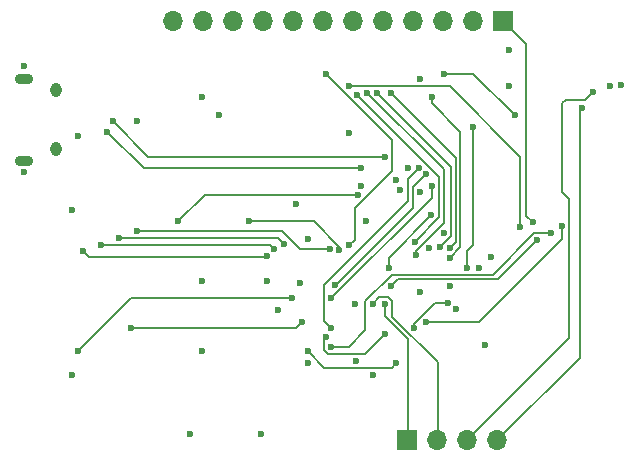
<source format=gbr>
%TF.GenerationSoftware,KiCad,Pcbnew,8.0.4*%
%TF.CreationDate,2024-08-04T16:14:03-04:00*%
%TF.ProjectId,board,626f6172-642e-46b6-9963-61645f706362,rev?*%
%TF.SameCoordinates,Original*%
%TF.FileFunction,Copper,L4,Bot*%
%TF.FilePolarity,Positive*%
%FSLAX46Y46*%
G04 Gerber Fmt 4.6, Leading zero omitted, Abs format (unit mm)*
G04 Created by KiCad (PCBNEW 8.0.4) date 2024-08-04 16:14:03*
%MOMM*%
%LPD*%
G01*
G04 APERTURE LIST*
%TA.AperFunction,ComponentPad*%
%ADD10R,1.700000X1.700000*%
%TD*%
%TA.AperFunction,ComponentPad*%
%ADD11O,1.700000X1.700000*%
%TD*%
%TA.AperFunction,ComponentPad*%
%ADD12O,1.550000X0.890000*%
%TD*%
%TA.AperFunction,ComponentPad*%
%ADD13O,0.950000X1.250000*%
%TD*%
%TA.AperFunction,ViaPad*%
%ADD14C,0.600000*%
%TD*%
%TA.AperFunction,Conductor*%
%ADD15C,0.200000*%
%TD*%
G04 APERTURE END LIST*
D10*
%TO.P,J2,1,Pin_1*%
%TO.N,Net-(J2-Pin_1)*%
X75920000Y-64000000D03*
D11*
%TO.P,J2,2,Pin_2*%
%TO.N,Net-(J2-Pin_2)*%
X78460000Y-64000000D03*
%TO.P,J2,3,Pin_3*%
%TO.N,/BLE_SWCLK*%
X81000000Y-64000000D03*
%TO.P,J2,4,Pin_4*%
%TO.N,/BLE_SWDIO*%
X83540000Y-64000000D03*
%TD*%
D10*
%TO.P,J3,1,Pin_1*%
%TO.N,Net-(J3-Pin_1)*%
X84000000Y-28500000D03*
D11*
%TO.P,J3,2,Pin_2*%
%TO.N,Net-(J3-Pin_2)*%
X81460000Y-28500000D03*
%TO.P,J3,3,Pin_3*%
%TO.N,Net-(J3-Pin_3)*%
X78920000Y-28500000D03*
%TO.P,J3,4,Pin_4*%
%TO.N,Net-(J3-Pin_4)*%
X76380000Y-28500000D03*
%TO.P,J3,5,Pin_5*%
%TO.N,Net-(J3-Pin_5)*%
X73840000Y-28500000D03*
%TO.P,J3,6,Pin_6*%
%TO.N,Net-(J3-Pin_6)*%
X71300000Y-28500000D03*
%TO.P,J3,7,Pin_7*%
%TO.N,Net-(J3-Pin_7)*%
X68760000Y-28500000D03*
%TO.P,J3,8,Pin_8*%
%TO.N,Net-(J3-Pin_8)*%
X66220000Y-28500000D03*
%TO.P,J3,9,Pin_9*%
%TO.N,unconnected-(J3-Pin_9-Pad9)*%
X63680000Y-28500000D03*
%TO.P,J3,10,Pin_10*%
%TO.N,unconnected-(J3-Pin_10-Pad10)*%
X61140000Y-28500000D03*
%TO.P,J3,11,Pin_11*%
%TO.N,unconnected-(J3-Pin_11-Pad11)*%
X58600000Y-28500000D03*
%TO.P,J3,12,Pin_12*%
%TO.N,unconnected-(J3-Pin_12-Pad12)*%
X56060000Y-28500000D03*
%TD*%
D12*
%TO.P,J4,6,Shield*%
%TO.N,GND*%
X43500000Y-33400000D03*
D13*
X46200000Y-34400000D03*
X46200000Y-39400000D03*
D12*
X43500000Y-40400000D03*
%TD*%
D14*
%TO.N,GND*%
X76000000Y-41000000D03*
X71500000Y-52500000D03*
X64000000Y-50500000D03*
X47500000Y-44500000D03*
X82000000Y-49400000D03*
X77000000Y-43000000D03*
X53000000Y-37000000D03*
X72000000Y-42500000D03*
X75000000Y-42000000D03*
X57500000Y-63500000D03*
X73000000Y-58520000D03*
X71000000Y-38000000D03*
X58500000Y-56500000D03*
X47500000Y-58500000D03*
X66500000Y-44000000D03*
X58500000Y-35000000D03*
X43500000Y-32300000D03*
X94050000Y-33950000D03*
X43500000Y-41300000D03*
X48000000Y-38300000D03*
X79500000Y-51000000D03*
X67500000Y-57500000D03*
X82500000Y-56000000D03*
X84500000Y-31000000D03*
X79010000Y-46500000D03*
X63500000Y-63500000D03*
%TO.N,+3V3*%
X80000000Y-52900000D03*
X71600000Y-57300006D03*
X66825735Y-50674265D03*
X93100000Y-34000000D03*
X77000000Y-33400000D03*
X65000000Y-53000000D03*
X67500000Y-47000000D03*
X77764877Y-47745123D03*
X83000000Y-48500000D03*
X72400000Y-45500000D03*
X77000000Y-51500000D03*
X84500000Y-34000000D03*
X75304175Y-42810112D03*
X58500000Y-50500000D03*
X60000000Y-36500000D03*
%TO.N,+1V1*%
X71703866Y-43247251D03*
X56500000Y-45500000D03*
X67500000Y-56500000D03*
X75000000Y-57500000D03*
%TO.N,/BLE_SWCLK*%
X91600000Y-34500000D03*
%TO.N,/BLE_SWDIO*%
X90700000Y-35900000D03*
%TO.N,Net-(U1-QSPI_SS)*%
X85500000Y-46000000D03*
X71000000Y-34000000D03*
%TO.N,/RUN*%
X77500000Y-54000000D03*
X89000000Y-45900000D03*
%TO.N,Net-(J2-Pin_2)*%
X72977657Y-52477454D03*
%TO.N,Net-(J2-Pin_1)*%
X74043600Y-52510388D03*
%TO.N,Net-(U1-GPIO10)*%
X52500000Y-54500000D03*
X67000000Y-54000000D03*
%TO.N,Net-(U1-GPIO14)*%
X74000000Y-55000000D03*
X81500000Y-37500000D03*
X69000000Y-55300003D03*
X81000000Y-49400000D03*
X76500000Y-54500000D03*
X79375303Y-52400242D03*
%TO.N,Net-(U1-GPIO0)*%
X53000000Y-46300000D03*
X69387313Y-47815644D03*
%TO.N,Net-(U1-GPIO3)*%
X48500000Y-48000000D03*
X64000000Y-48400000D03*
%TO.N,Net-(U1-GPIO1)*%
X65500000Y-47400000D03*
X51500000Y-46900000D03*
%TO.N,/DIO2*%
X62500000Y-45500000D03*
X70175382Y-47953291D03*
%TO.N,/DIO5*%
X66171472Y-52000000D03*
X48000000Y-56500000D03*
%TO.N,Net-(U1-GPIO2)*%
X64624697Y-47800000D03*
X50000000Y-47500000D03*
%TO.N,Net-(J3-Pin_2)*%
X85000000Y-36500000D03*
X79000000Y-33000000D03*
X74328355Y-49468408D03*
X77954762Y-44954762D03*
%TO.N,Net-(J3-Pin_7)*%
X71674265Y-34825735D03*
X76551315Y-47206738D03*
%TO.N,Net-(J3-Pin_1)*%
X86523175Y-45567369D03*
X74500000Y-51000000D03*
X86900000Y-47099998D03*
%TO.N,Net-(J3-Pin_5)*%
X78679265Y-47679265D03*
X73348527Y-34600000D03*
%TO.N,Net-(J3-Pin_8)*%
X69000000Y-33000000D03*
X71000000Y-47500000D03*
%TO.N,Net-(J3-Pin_6)*%
X72500000Y-34600000D03*
X76684888Y-48335002D03*
%TO.N,Net-(J3-Pin_3)*%
X79500000Y-48582030D03*
X78000000Y-35000000D03*
%TO.N,Net-(J3-Pin_4)*%
X79500000Y-47707057D03*
X74500000Y-34600000D03*
%TO.N,Net-(U1-GPIO11)*%
X78000000Y-42500000D03*
X69500000Y-52000000D03*
%TO.N,Net-(U1-GPIO13)*%
X69500000Y-54500000D03*
X76934313Y-40934313D03*
%TO.N,Net-(U1-GPIO12)*%
X69775734Y-50875736D03*
X77500000Y-41500000D03*
%TO.N,/PB00*%
X69500000Y-56100006D03*
X88100000Y-46500000D03*
%TO.N,Net-(J4-D-)*%
X51000000Y-37000000D03*
X74000000Y-40000000D03*
%TO.N,Net-(J4-D+)*%
X50500000Y-37900000D03*
X72000000Y-41000000D03*
%TD*%
D15*
%TO.N,+1V1*%
X67500000Y-56500000D02*
X68900006Y-57900006D01*
X74599994Y-57900006D02*
X75000000Y-57500000D01*
X68900006Y-57900006D02*
X74599994Y-57900006D01*
X71703866Y-43247251D02*
X58752749Y-43247251D01*
X58752749Y-43247251D02*
X56500000Y-45500000D01*
%TO.N,/BLE_SWCLK*%
X89000000Y-43000000D02*
X89000000Y-35500000D01*
X81000000Y-64000000D02*
X89600000Y-55400000D01*
X90925735Y-35174265D02*
X91600000Y-34500000D01*
X89600000Y-43600000D02*
X89000000Y-43000000D01*
X89325735Y-35174265D02*
X90925735Y-35174265D01*
X89000000Y-35500000D02*
X89325735Y-35174265D01*
X89600000Y-55400000D02*
X89600000Y-43600000D01*
%TO.N,/BLE_SWDIO*%
X90500000Y-36100000D02*
X90500000Y-57040000D01*
X90700000Y-35900000D02*
X90500000Y-36100000D01*
X90500000Y-57040000D02*
X83540000Y-64000000D01*
%TO.N,Net-(U1-QSPI_SS)*%
X71000000Y-34000000D02*
X79500000Y-34000000D01*
X85500000Y-40000000D02*
X85500000Y-46000000D01*
X79500000Y-34000000D02*
X85500000Y-40000000D01*
%TO.N,/RUN*%
X82000000Y-54000000D02*
X77500000Y-54000000D01*
X89000000Y-45900000D02*
X89000000Y-47000000D01*
X89000000Y-47000000D02*
X82000000Y-54000000D01*
%TO.N,Net-(J2-Pin_2)*%
X74643600Y-52261859D02*
X74643600Y-53577914D01*
X72977657Y-52477454D02*
X73544723Y-51910388D01*
X78500000Y-57434314D02*
X78500000Y-64000000D01*
X74643600Y-53577914D02*
X78500000Y-57434314D01*
X74292129Y-51910388D02*
X74643600Y-52261859D01*
X73544723Y-51910388D02*
X74292129Y-51910388D01*
%TO.N,Net-(J2-Pin_1)*%
X74043600Y-52510388D02*
X74043600Y-53543600D01*
X75960000Y-55460000D02*
X75960000Y-64000000D01*
X74043600Y-53543600D02*
X75960000Y-55460000D01*
%TO.N,Net-(U1-GPIO10)*%
X52500000Y-54500000D02*
X66500000Y-54500000D01*
X66500000Y-54500000D02*
X67000000Y-54000000D01*
%TO.N,Net-(U1-GPIO14)*%
X68900000Y-56400000D02*
X68900000Y-55400003D01*
X69200006Y-56700006D02*
X68900000Y-56400000D01*
X76500000Y-54151471D02*
X76500000Y-54500000D01*
X74000000Y-55000000D02*
X72299994Y-56700006D01*
X68900000Y-55400003D02*
X69000000Y-55300003D01*
X72299994Y-56700006D02*
X69200006Y-56700006D01*
X81000000Y-48012589D02*
X81000000Y-49400000D01*
X78251229Y-52400242D02*
X76500000Y-54151471D01*
X81500000Y-37500000D02*
X81500000Y-47512589D01*
X79375303Y-52400242D02*
X78251229Y-52400242D01*
X81500000Y-47512589D02*
X81000000Y-48012589D01*
%TO.N,Net-(U1-GPIO0)*%
X65300000Y-46300000D02*
X66815644Y-47815644D01*
X66815644Y-47815644D02*
X69387313Y-47815644D01*
X53000000Y-46300000D02*
X65300000Y-46300000D01*
%TO.N,Net-(U1-GPIO3)*%
X49000000Y-48500000D02*
X48500000Y-48000000D01*
X64000000Y-48400000D02*
X63900000Y-48500000D01*
X63900000Y-48500000D02*
X49000000Y-48500000D01*
%TO.N,Net-(U1-GPIO1)*%
X65500000Y-47400000D02*
X65000000Y-46900000D01*
X65000000Y-46900000D02*
X51500000Y-46900000D01*
%TO.N,/DIO2*%
X70175382Y-47675382D02*
X68000000Y-45500000D01*
X68000000Y-45500000D02*
X62500000Y-45500000D01*
X70175382Y-47953291D02*
X70175382Y-47675382D01*
%TO.N,/DIO5*%
X52500000Y-52000000D02*
X48000000Y-56500000D01*
X66171472Y-52000000D02*
X52500000Y-52000000D01*
%TO.N,Net-(U1-GPIO2)*%
X64824697Y-48000000D02*
X64324697Y-47500000D01*
X64624697Y-47800000D02*
X64824697Y-48000000D01*
X64324697Y-47500000D02*
X50000000Y-47500000D01*
%TO.N,Net-(J3-Pin_2)*%
X74328355Y-48581169D02*
X77954762Y-44954762D01*
X74328355Y-49468408D02*
X74328355Y-48581169D01*
X85000000Y-36500000D02*
X81500000Y-33000000D01*
X81500000Y-33000000D02*
X79000000Y-33000000D01*
%TO.N,Net-(J3-Pin_7)*%
X78600000Y-45158053D02*
X78600000Y-41751470D01*
X76551315Y-47206738D02*
X78600000Y-45158053D01*
X78600000Y-41751470D02*
X71674265Y-34825735D01*
%TO.N,Net-(J3-Pin_1)*%
X86000000Y-30500000D02*
X84000000Y-28500000D01*
X83599998Y-50400000D02*
X86900000Y-47099998D01*
X75100000Y-50400000D02*
X83599998Y-50400000D01*
X86000000Y-45044194D02*
X86000000Y-30500000D01*
X86523175Y-45567369D02*
X86000000Y-45044194D01*
X74500000Y-51000000D02*
X75100000Y-50400000D01*
%TO.N,Net-(J3-Pin_5)*%
X78679265Y-47679264D02*
X79610000Y-46748529D01*
X79610000Y-40861473D02*
X73348527Y-34600000D01*
X78679265Y-47679265D02*
X78679265Y-47679264D01*
X79610000Y-46748529D02*
X79610000Y-40861473D01*
%TO.N,Net-(J3-Pin_8)*%
X71454414Y-44384115D02*
X74600000Y-41238529D01*
X74600000Y-38600000D02*
X69000000Y-33000000D01*
X74600000Y-41238529D02*
X74600000Y-38600000D01*
X71000000Y-47500000D02*
X71454414Y-47045586D01*
X71454414Y-47045586D02*
X71454414Y-44384115D01*
%TO.N,Net-(J3-Pin_6)*%
X79000000Y-45661471D02*
X79000000Y-41100000D01*
X76684888Y-47976583D02*
X79000000Y-45661471D01*
X79000000Y-41100000D02*
X72500000Y-34600000D01*
X76684888Y-48335002D02*
X76684888Y-47976583D01*
%TO.N,Net-(J3-Pin_3)*%
X78000000Y-35500000D02*
X78000000Y-35000000D01*
X80410000Y-37910000D02*
X78000000Y-35500000D01*
X80410000Y-47672030D02*
X80410000Y-37910000D01*
X79500000Y-48582030D02*
X80410000Y-47672030D01*
%TO.N,Net-(J3-Pin_4)*%
X79500000Y-47707057D02*
X80010000Y-47197057D01*
X80010000Y-40110000D02*
X74500000Y-34600000D01*
X80010000Y-47197057D02*
X80010000Y-40110000D01*
%TO.N,Net-(U1-GPIO11)*%
X69500000Y-52000000D02*
X78000000Y-43500000D01*
X78000000Y-43500000D02*
X78000000Y-42500000D01*
%TO.N,Net-(U1-GPIO13)*%
X76000000Y-41868626D02*
X76934313Y-40934313D01*
X68900000Y-53900000D02*
X68900000Y-50902941D01*
X76000000Y-43802941D02*
X76000000Y-41868626D01*
X68900000Y-50902941D02*
X76000000Y-43802941D01*
X69500000Y-54500000D02*
X68900000Y-53900000D01*
%TO.N,Net-(U1-GPIO12)*%
X76400000Y-44348527D02*
X76400000Y-42600000D01*
X69872791Y-50875736D02*
X76400000Y-44348527D01*
X69775734Y-50875736D02*
X69872791Y-50875736D01*
X76400000Y-42600000D02*
X77500000Y-41500000D01*
%TO.N,/PB00*%
X72377657Y-52228925D02*
X72377657Y-54692589D01*
X88100000Y-46500000D02*
X86651471Y-46500000D01*
X70970240Y-56100006D02*
X69500000Y-56100006D01*
X72377657Y-54692589D02*
X70970240Y-56100006D01*
X86651471Y-46500000D02*
X83151471Y-50000000D01*
X83151471Y-50000000D02*
X74606582Y-50000000D01*
X74606582Y-50000000D02*
X72377657Y-52228925D01*
%TO.N,Net-(J4-D-)*%
X54000000Y-40000000D02*
X51000000Y-37000000D01*
X74000000Y-40000000D02*
X54000000Y-40000000D01*
%TO.N,Net-(J4-D+)*%
X72000000Y-41000000D02*
X53600000Y-41000000D01*
X53600000Y-41000000D02*
X50500000Y-37900000D01*
%TD*%
M02*

</source>
